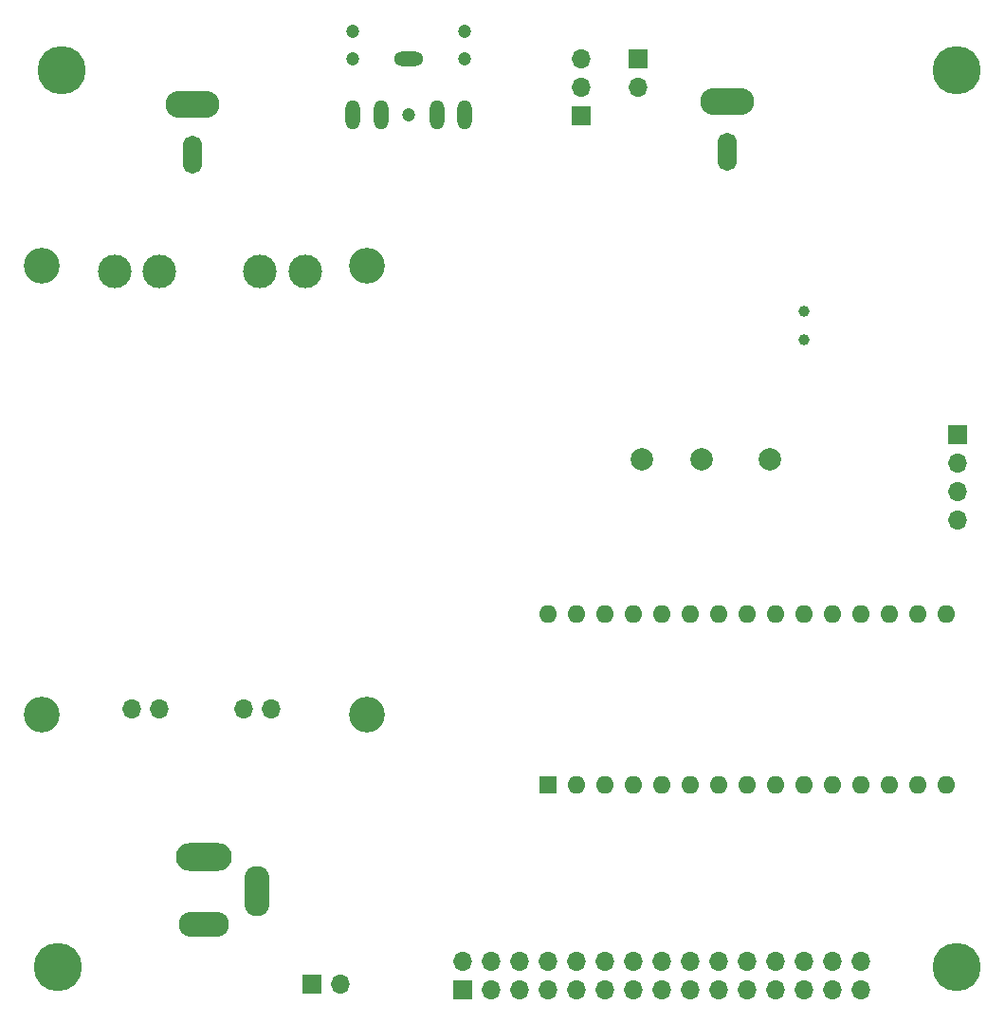
<source format=gbr>
%TF.GenerationSoftware,KiCad,Pcbnew,5.1.5+dfsg1-2build2*%
%TF.CreationDate,2022-03-24T11:55:02-04:00*%
%TF.ProjectId,Arduino controlled radio,41726475-696e-46f2-9063-6f6e74726f6c,rev?*%
%TF.SameCoordinates,Original*%
%TF.FileFunction,Soldermask,Bot*%
%TF.FilePolarity,Negative*%
%FSLAX46Y46*%
G04 Gerber Fmt 4.6, Leading zero omitted, Abs format (unit mm)*
G04 Created by KiCad (PCBNEW 5.1.5+dfsg1-2build2) date 2022-03-24 11:55:02*
%MOMM*%
%LPD*%
G04 APERTURE LIST*
%ADD10O,1.700000X1.700000*%
%ADD11R,1.700000X1.700000*%
%ADD12C,3.000000*%
%ADD13C,3.200000*%
%ADD14O,1.600000X1.600000*%
%ADD15R,1.600000X1.600000*%
%ADD16C,4.300000*%
%ADD17C,1.000000*%
%ADD18O,4.800001X2.400000*%
%ADD19O,1.700000X3.400001*%
%ADD20O,2.616000X1.308000*%
%ADD21O,1.308000X2.616000*%
%ADD22C,1.200000*%
%ADD23C,2.000000*%
%ADD24O,5.000000X2.500000*%
%ADD25O,4.500000X2.250000*%
%ADD26O,2.250000X4.500000*%
G04 APERTURE END LIST*
D10*
%TO.C,J2*%
X161544000Y-123698000D03*
X161544000Y-126238000D03*
X159004000Y-123698000D03*
X159004000Y-126238000D03*
X156464000Y-123698000D03*
X156464000Y-126238000D03*
X153924000Y-123698000D03*
X153924000Y-126238000D03*
X151384000Y-123698000D03*
X151384000Y-126238000D03*
X148844000Y-123698000D03*
X148844000Y-126238000D03*
X146304000Y-123698000D03*
X146304000Y-126238000D03*
X143764000Y-123698000D03*
X143764000Y-126238000D03*
X141224000Y-123698000D03*
X141224000Y-126238000D03*
X138684000Y-123698000D03*
X138684000Y-126238000D03*
X136144000Y-123698000D03*
X136144000Y-126238000D03*
X133604000Y-123698000D03*
X133604000Y-126238000D03*
X131064000Y-123698000D03*
X131064000Y-126238000D03*
X128524000Y-123698000D03*
X128524000Y-126238000D03*
X125984000Y-123698000D03*
D11*
X125984000Y-126238000D03*
%TD*%
D12*
%TO.C,U4*%
X111896000Y-62148000D03*
X107896000Y-62148000D03*
X98896000Y-62148000D03*
X94896000Y-62148000D03*
D10*
X108896000Y-101148000D03*
X106396000Y-101148000D03*
X98896000Y-101148000D03*
X96396000Y-101148000D03*
D13*
X88396000Y-61648000D03*
X88396000Y-101648000D03*
X117396000Y-61648000D03*
X117396000Y-101648000D03*
%TD*%
D14*
%TO.C,A1*%
X169164000Y-92710000D03*
X169164000Y-107950000D03*
X133604000Y-92710000D03*
X166624000Y-107950000D03*
X136144000Y-92710000D03*
X164084000Y-107950000D03*
X138684000Y-92710000D03*
X161544000Y-107950000D03*
X141224000Y-92710000D03*
X159004000Y-107950000D03*
X143764000Y-92710000D03*
X156464000Y-107950000D03*
X146304000Y-92710000D03*
X153924000Y-107950000D03*
X148844000Y-92710000D03*
X151384000Y-107950000D03*
X151384000Y-92710000D03*
X148844000Y-107950000D03*
X153924000Y-92710000D03*
X146304000Y-107950000D03*
X156464000Y-92710000D03*
X143764000Y-107950000D03*
X159004000Y-92710000D03*
X141224000Y-107950000D03*
X161544000Y-92710000D03*
X138684000Y-107950000D03*
X164084000Y-92710000D03*
X136144000Y-107950000D03*
X166624000Y-92710000D03*
D15*
X133604000Y-107950000D03*
%TD*%
D16*
%TO.C,REF\002A\002A*%
X90120000Y-44175000D03*
%TD*%
%TO.C,REF\002A\002A*%
X170120000Y-44175000D03*
%TD*%
%TO.C,REF\002A\002A*%
X170120000Y-124175000D03*
%TD*%
%TO.C,REF\002A\002A*%
X89820000Y-124175000D03*
%TD*%
D17*
%TO.C,Y1*%
X156464000Y-65659000D03*
X156464000Y-68199000D03*
%TD*%
D18*
%TO.C,J8*%
X101854000Y-47180000D03*
D19*
X101854000Y-51680000D03*
%TD*%
D20*
%TO.C,J7*%
X121158000Y-43180000D03*
D21*
X116158000Y-48180000D03*
X118658000Y-48180000D03*
X123658000Y-48180000D03*
X126158000Y-48180000D03*
D22*
X126158000Y-40680000D03*
X126158000Y-43180000D03*
X121158000Y-48180000D03*
X116158000Y-40680000D03*
X116158000Y-43180000D03*
%TD*%
D23*
%TO.C,TP2*%
X147320000Y-78867000D03*
%TD*%
D10*
%TO.C,J4*%
X170180000Y-84328000D03*
X170180000Y-81788000D03*
X170180000Y-79248000D03*
D11*
X170180000Y-76708000D03*
%TD*%
D24*
%TO.C,J1*%
X102870000Y-114404000D03*
D25*
X102870000Y-120404000D03*
D26*
X107570000Y-117404000D03*
%TD*%
D23*
%TO.C,TP3*%
X141986000Y-78867000D03*
%TD*%
D10*
%TO.C,J6*%
X141605000Y-45720000D03*
D11*
X141605000Y-43180000D03*
%TD*%
D23*
%TO.C,TP1*%
X153416000Y-78867000D03*
%TD*%
D10*
%TO.C,JP1*%
X136525000Y-43180000D03*
X136525000Y-45720000D03*
D11*
X136525000Y-48260000D03*
%TD*%
D10*
%TO.C,J3*%
X115062000Y-125730000D03*
D11*
X112522000Y-125730000D03*
%TD*%
D18*
%TO.C,J5*%
X149606000Y-46926000D03*
D19*
X149606000Y-51426000D03*
%TD*%
M02*

</source>
